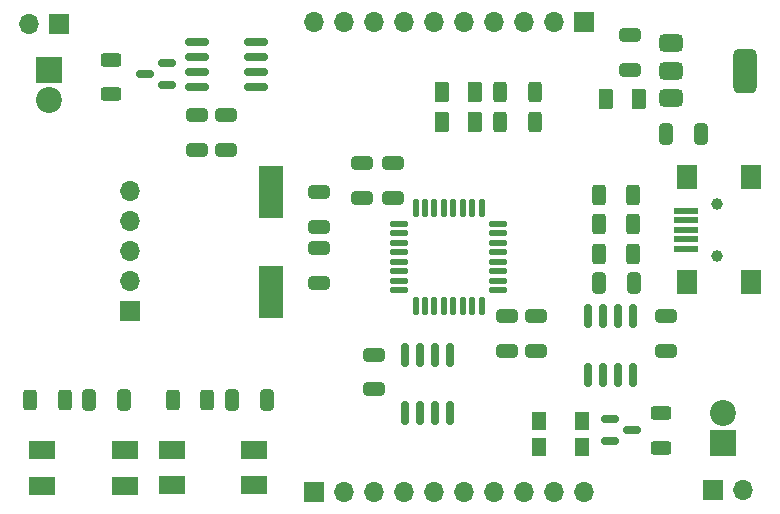
<source format=gts>
G04 #@! TF.GenerationSoftware,KiCad,Pcbnew,8.0.2*
G04 #@! TF.CreationDate,2024-05-12T15:56:15+02:00*
G04 #@! TF.ProjectId,LimbusOne,4c696d62-7573-44f6-9e65-2e6b69636164,v.0.1*
G04 #@! TF.SameCoordinates,Original*
G04 #@! TF.FileFunction,Soldermask,Top*
G04 #@! TF.FilePolarity,Negative*
%FSLAX46Y46*%
G04 Gerber Fmt 4.6, Leading zero omitted, Abs format (unit mm)*
G04 Created by KiCad (PCBNEW 8.0.2) date 2024-05-12 15:56:15*
%MOMM*%
%LPD*%
G01*
G04 APERTURE LIST*
G04 Aperture macros list*
%AMRoundRect*
0 Rectangle with rounded corners*
0 $1 Rounding radius*
0 $2 $3 $4 $5 $6 $7 $8 $9 X,Y pos of 4 corners*
0 Add a 4 corners polygon primitive as box body*
4,1,4,$2,$3,$4,$5,$6,$7,$8,$9,$2,$3,0*
0 Add four circle primitives for the rounded corners*
1,1,$1+$1,$2,$3*
1,1,$1+$1,$4,$5*
1,1,$1+$1,$6,$7*
1,1,$1+$1,$8,$9*
0 Add four rect primitives between the rounded corners*
20,1,$1+$1,$2,$3,$4,$5,0*
20,1,$1+$1,$4,$5,$6,$7,0*
20,1,$1+$1,$6,$7,$8,$9,0*
20,1,$1+$1,$8,$9,$2,$3,0*%
G04 Aperture macros list end*
%ADD10RoundRect,0.101600X1.000000X0.700000X-1.000000X0.700000X-1.000000X-0.700000X1.000000X-0.700000X0*%
%ADD11RoundRect,0.250000X-0.650000X0.325000X-0.650000X-0.325000X0.650000X-0.325000X0.650000X0.325000X0*%
%ADD12R,1.700000X1.700000*%
%ADD13O,1.700000X1.700000*%
%ADD14RoundRect,0.250000X0.650000X-0.325000X0.650000X0.325000X-0.650000X0.325000X-0.650000X-0.325000X0*%
%ADD15RoundRect,0.125000X-0.625000X-0.125000X0.625000X-0.125000X0.625000X0.125000X-0.625000X0.125000X0*%
%ADD16RoundRect,0.125000X-0.125000X-0.625000X0.125000X-0.625000X0.125000X0.625000X-0.125000X0.625000X0*%
%ADD17RoundRect,0.250000X-0.312500X-0.625000X0.312500X-0.625000X0.312500X0.625000X-0.312500X0.625000X0*%
%ADD18RoundRect,0.250000X-0.325000X-0.650000X0.325000X-0.650000X0.325000X0.650000X-0.325000X0.650000X0*%
%ADD19R,1.150000X1.550000*%
%ADD20RoundRect,0.150000X-0.587500X-0.150000X0.587500X-0.150000X0.587500X0.150000X-0.587500X0.150000X0*%
%ADD21RoundRect,0.250000X0.325000X0.650000X-0.325000X0.650000X-0.325000X-0.650000X0.325000X-0.650000X0*%
%ADD22C,1.000000*%
%ADD23R,2.000000X0.500000*%
%ADD24R,1.700000X2.000000*%
%ADD25RoundRect,0.150000X-0.150000X0.825000X-0.150000X-0.825000X0.150000X-0.825000X0.150000X0.825000X0*%
%ADD26RoundRect,0.250000X0.312500X0.625000X-0.312500X0.625000X-0.312500X-0.625000X0.312500X-0.625000X0*%
%ADD27RoundRect,0.150000X0.150000X-0.825000X0.150000X0.825000X-0.150000X0.825000X-0.150000X-0.825000X0*%
%ADD28R,2.200000X2.200000*%
%ADD29C,2.200000*%
%ADD30RoundRect,0.250000X0.375000X0.625000X-0.375000X0.625000X-0.375000X-0.625000X0.375000X-0.625000X0*%
%ADD31R,2.000000X4.500000*%
%ADD32RoundRect,0.250000X-0.625000X0.312500X-0.625000X-0.312500X0.625000X-0.312500X0.625000X0.312500X0*%
%ADD33RoundRect,0.250000X0.625000X-0.312500X0.625000X0.312500X-0.625000X0.312500X-0.625000X-0.312500X0*%
%ADD34RoundRect,0.150000X0.587500X0.150000X-0.587500X0.150000X-0.587500X-0.150000X0.587500X-0.150000X0*%
%ADD35RoundRect,0.250000X-0.375000X-0.625000X0.375000X-0.625000X0.375000X0.625000X-0.375000X0.625000X0*%
%ADD36RoundRect,0.375000X-0.625000X-0.375000X0.625000X-0.375000X0.625000X0.375000X-0.625000X0.375000X0*%
%ADD37RoundRect,0.500000X-0.500000X-1.400000X0.500000X-1.400000X0.500000X1.400000X-0.500000X1.400000X0*%
%ADD38RoundRect,0.150000X0.825000X0.150000X-0.825000X0.150000X-0.825000X-0.150000X0.825000X-0.150000X0*%
G04 APERTURE END LIST*
D10*
X50388400Y-73229600D03*
X43388400Y-73229600D03*
X50388400Y-70229600D03*
X43388400Y-70229600D03*
X39441000Y-73255000D03*
X32441000Y-73255000D03*
X39441000Y-70255000D03*
X32441000Y-70255000D03*
D11*
X62082000Y-45907999D03*
X62082000Y-48858001D03*
D12*
X39878000Y-58463000D03*
D13*
X39878000Y-55923000D03*
X39878000Y-53383000D03*
X39878000Y-50843000D03*
X39878000Y-48303000D03*
D14*
X85267000Y-61858001D03*
X85267000Y-58907999D03*
D12*
X78267000Y-33985200D03*
D13*
X75727000Y-33985200D03*
X73187001Y-33985200D03*
X70647000Y-33985200D03*
X68107000Y-33985200D03*
X65567000Y-33985200D03*
X63027000Y-33985200D03*
X60486999Y-33985200D03*
X57947000Y-33985200D03*
X55407000Y-33985200D03*
D15*
X62657000Y-51083000D03*
X62657000Y-51883000D03*
X62657000Y-52683000D03*
X62657000Y-53483000D03*
X62657000Y-54283000D03*
X62657000Y-55083000D03*
X62657000Y-55883000D03*
X62657000Y-56683000D03*
D16*
X64032000Y-58058000D03*
X64832000Y-58058000D03*
X65632000Y-58058000D03*
X66432000Y-58058000D03*
X67232000Y-58058000D03*
X68032000Y-58058000D03*
X68832000Y-58058000D03*
X69632000Y-58058000D03*
D15*
X71007000Y-56683000D03*
X71007000Y-55883000D03*
X71007000Y-55083000D03*
X71007000Y-54283000D03*
X71007000Y-53483000D03*
X71007000Y-52683000D03*
X71007000Y-51883000D03*
X71007000Y-51083000D03*
D16*
X69632000Y-49708000D03*
X68832000Y-49708000D03*
X68032000Y-49708000D03*
X67232000Y-49708000D03*
X66432000Y-49708000D03*
X65632000Y-49708000D03*
X64832000Y-49708000D03*
X64032000Y-49708000D03*
D17*
X79554500Y-48633000D03*
X82479500Y-48633000D03*
D18*
X85265999Y-43434000D03*
X88216001Y-43434000D03*
D19*
X74442000Y-70008000D03*
X78092000Y-70008000D03*
X78092000Y-67758000D03*
X74442000Y-67758000D03*
D20*
X80517000Y-67593000D03*
X80517000Y-69493000D03*
X82392001Y-68543000D03*
D12*
X89227000Y-73593000D03*
D13*
X91767000Y-73593000D03*
D17*
X71181500Y-39918000D03*
X74106500Y-39918000D03*
D21*
X82492001Y-56133000D03*
X79541999Y-56133000D03*
D22*
X89592000Y-53783000D03*
X89592000Y-49383000D03*
D23*
X86892000Y-53183000D03*
X86892000Y-52383000D03*
X86892000Y-51583000D03*
X86892000Y-50783000D03*
X86892000Y-49983000D03*
D24*
X86992000Y-56033000D03*
X92442000Y-56033000D03*
X86992000Y-47133000D03*
X92442000Y-47133000D03*
D12*
X33807000Y-34133000D03*
D13*
X31267000Y-34133000D03*
D11*
X59517000Y-45907999D03*
X59517000Y-48858001D03*
D18*
X48464200Y-66009000D03*
X51414200Y-66009000D03*
D17*
X71181500Y-42418000D03*
X74106500Y-42418000D03*
D25*
X82422000Y-58908000D03*
X81152000Y-58908000D03*
X79882000Y-58908000D03*
X78612000Y-58908000D03*
X78612000Y-63858000D03*
X79882000Y-63858000D03*
X81152000Y-63858000D03*
X82422000Y-63858000D03*
D11*
X55880000Y-48407999D03*
X55880000Y-51358001D03*
D26*
X46401700Y-66009000D03*
X43476700Y-66009000D03*
D14*
X74267000Y-61858001D03*
X74267000Y-58907999D03*
D27*
X63112000Y-67108000D03*
X64382000Y-67108000D03*
X65652000Y-67108000D03*
X66922000Y-67108000D03*
X66922000Y-62158000D03*
X65652000Y-62158000D03*
X64382000Y-62158000D03*
X63112000Y-62158000D03*
D14*
X48017000Y-44858001D03*
X48017000Y-41907999D03*
D28*
X90017000Y-69633000D03*
D29*
X90017000Y-67093000D03*
D30*
X82933999Y-40513000D03*
X80134001Y-40513000D03*
D14*
X55880000Y-56108001D03*
X55880000Y-53157999D03*
D31*
X51767000Y-48383000D03*
X51767000Y-56883000D03*
D26*
X34336700Y-66009000D03*
X31411700Y-66009000D03*
D32*
X38267000Y-37170500D03*
X38267000Y-40095500D03*
D14*
X45517000Y-44858001D03*
X45517000Y-41907999D03*
D33*
X84767000Y-70055500D03*
X84767000Y-67130500D03*
D34*
X42954500Y-39333000D03*
X42954500Y-37433000D03*
X41079499Y-38383000D03*
D14*
X60517000Y-65108001D03*
X60517000Y-62157999D03*
D35*
X66244000Y-39918000D03*
X69044000Y-39918000D03*
D36*
X85623000Y-35800000D03*
X85623001Y-38100000D03*
D37*
X91922999Y-38100000D03*
D36*
X85623000Y-40400000D03*
D14*
X71753573Y-61858001D03*
X71753573Y-58907999D03*
D18*
X36399200Y-66009000D03*
X39349200Y-66009000D03*
D12*
X55407000Y-73761600D03*
D13*
X57947000Y-73761600D03*
X60486999Y-73761600D03*
X63027000Y-73761600D03*
X65567000Y-73761600D03*
X68107000Y-73761600D03*
X70647000Y-73761600D03*
X73187001Y-73761600D03*
X75727000Y-73761600D03*
X78267000Y-73761600D03*
D35*
X66244001Y-42418000D03*
X69043999Y-42418000D03*
D28*
X33017000Y-38093000D03*
D29*
X33017000Y-40633000D03*
D26*
X82479500Y-53633000D03*
X79554500Y-53633000D03*
X82479500Y-51133000D03*
X79554500Y-51133000D03*
D38*
X50492000Y-39538000D03*
X50492000Y-38268000D03*
X50492000Y-36998000D03*
X50492000Y-35728000D03*
X45542000Y-35728000D03*
X45542000Y-36998000D03*
X45542000Y-38268000D03*
X45542000Y-39538000D03*
D14*
X82169000Y-38051001D03*
X82169000Y-35100999D03*
M02*

</source>
